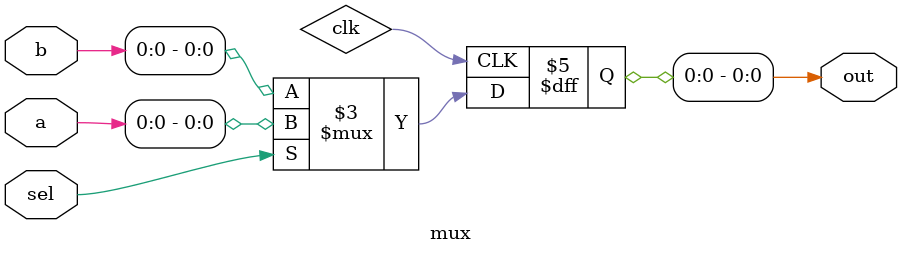
<source format=v>
module mux( 
input [4:0] a, b,
input sel,
output [4:0] out );
// When sel=0, assign a to out. 
// When sel=1, assign b to out.
always @(posedge clk)
  if (sel)
    out[0] = a[0];
  else
    out[0] = b[0];
endmodule

</source>
